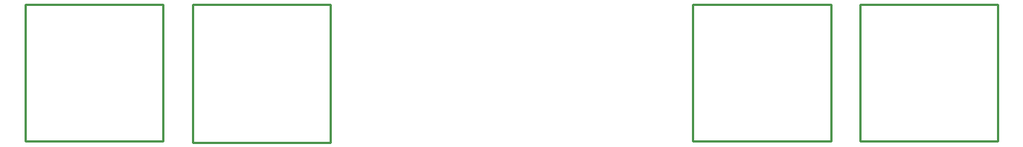
<source format=gto>
G04*
G04 #@! TF.GenerationSoftware,Altium Limited,Altium Designer,22.3.1 (43)*
G04*
G04 Layer_Color=65535*
%FSLAX25Y25*%
%MOIN*%
G70*
G04*
G04 #@! TF.SameCoordinates,EA674111-52F9-450F-9133-BA455BD730D8*
G04*
G04*
G04 #@! TF.FilePolarity,Positive*
G04*
G01*
G75*
%ADD10C,0.01000*%
D10*
X481500Y154500D02*
X543500D01*
X481500Y216000D02*
X543500D01*
Y154500D02*
Y216000D01*
X481500Y154500D02*
Y216000D01*
X556500Y154500D02*
X618000D01*
X556500Y216000D02*
X618000D01*
Y154500D02*
Y216000D01*
X556500Y154500D02*
Y216000D01*
X182500Y154500D02*
X244000D01*
X182500Y216000D02*
X244000D01*
Y154500D02*
Y216000D01*
X182500Y154500D02*
Y216000D01*
X257500Y154000D02*
X319000D01*
X257500Y216000D02*
X319000D01*
Y154000D02*
Y216000D01*
X257500Y154000D02*
Y216000D01*
M02*

</source>
